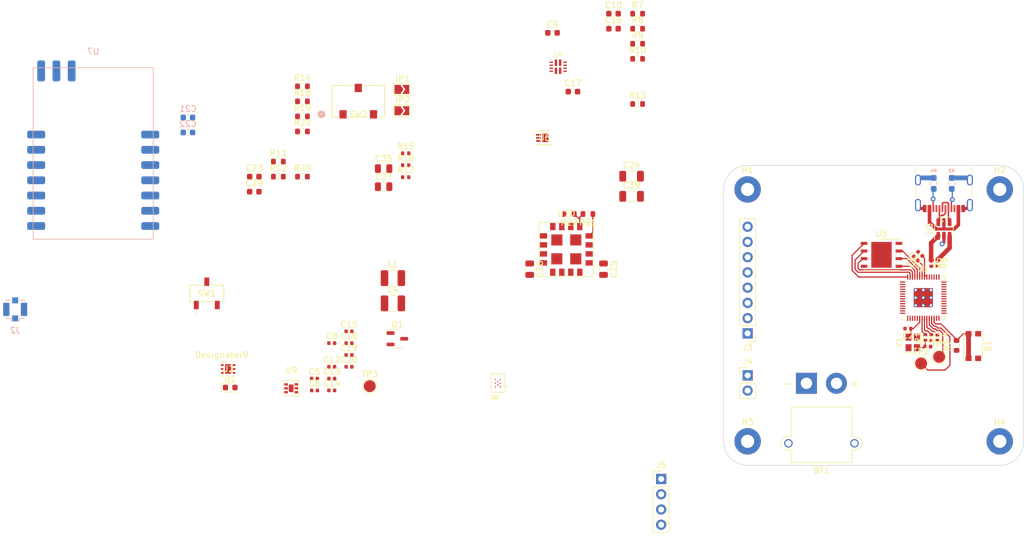
<source format=kicad_pcb>
(kicad_pcb (version 20221018) (generator pcbnew)
  (layers (0 "F.Cu" signal) (1 "In1.Cu" signal) (2 "In2.Cu" signal) (31 "B.Cu" signal) (34 "B.Paste" user) (35 "F.Paste" user) (36 "B.SilkS" user "B.Silkscreen") (37 "F.SilkS" user "F.Silkscreen") (38 "B.Mask" user) (39 "F.Mask" user) (44 "Edge.Cuts" user))
  (net 0 "")
  (net 1 "GND")
  (net 2 "Net-(U1-RUN)")
  (net 3 "+BATT")
  (net 4 "+1V1")
  (net 5 "Net-(U1-XIN)")
  (net 6 "Net-(C3-Pad1)")
  (net 7 "+3V3")
  (net 8 "VBUS")
  (net 9 "Net-(U4-IN2)")
  (net 10 "Net-(U4-SS)")
  (net 11 "Net-(C17-Pad1)")
  (net 12 "+5V")
  (net 13 "Net-(U9-VOUT)")
  (net 14 "Net-(U9-FB)")
  (net 15 "Net-(D1-K)")
  (net 16 "Net-(D1-A)")
  (net 17 "Net-(J1-CC1)")
  (net 18 "Net-(J1-D+-PadA6)")
  (net 19 "Net-(J1-D--PadA7)")
  (net 21 "Net-(J1-CC2)")
  (net 23 "Net-(J2-In)")
  (net 24 "/IRIDIUM_IN0")
  (net 25 "/IRIDIUM_IN1")
  (net 26 "/IRIDIUM_IN2")
  (net 27 "/IRIDIUM_IN3")
  (net 28 "/IRIDIUM_OUT0")
  (net 29 "/IRIDIUM_OUT1")
  (net 30 "/IRIDIUM_OUT2")
  (net 31 "Net-(JP1-A)")
  (net 32 "/LED")
  (net 33 "Net-(U1-XOUT)")
  (net 34 "/USB_D+")
  (net 35 "Net-(U1-USB_DP)")
  (net 36 "/USB_D-")
  (net 37 "Net-(U1-USB_DM)")
  (net 38 "Net-(U4-OV1)")
  (net 39 "Net-(U4-OV2)")
  (net 40 "Net-(SW1-B)")
  (net 41 "/QSPI_SS")
  (net 42 "Net-(U4-ILM)")
  (net 43 "Net-(U6-IN+)")
  (net 44 "Net-(SW2-C)")
  (net 45 "Net-(U10-FB)")
  (net 47 "/CUTOFF")
  (net 48 "/RP_SWCLK")
  (net 49 "/RP_SWD")
  (net 50 "/DRF_TXEN")
  (net 51 "/DRF_SW")
  (net 52 "/DRF_DIO1")
  (net 53 "/DRF_BUSY")
  (net 55 "/RDIO_RST")
  (net 62 "/SDA")
  (net 63 "/SCL")
  (net 66 "/MISO")
  (net 67 "/DRF_CS")
  (net 68 "/SCK")
  (net 69 "/MOSI")
  (net 71 "/FRAM_CS")
  (net 72 "/QSPI_SD3")
  (net 73 "/QSPI_SCLK")
  (net 74 "/QSPI_SD0")
  (net 75 "/QSPI_SD2")
  (net 76 "/QSPI_SD1")
  (footprint "BPP_Lib:TPS2121" (layer "F.Cu") (at 142.450002 63.550001)
    (fp_text reference "U4")
    (fp_text value "TPS2121RUXR")
  )
  (footprint "Button_Switch_SMD:SW_Push_1P1T_NO_CK_KMR2" (layer "F.Cu") (at 211.6 110.11 -90)
    (fp_text reference "B1")
    (fp_text value "KMR2")
  )
  (footprint "Resistor_SMD:R_0603_1608Metric" (layer "F.Cu") (at 155.675 57.21)
    (fp_text reference "R8")
    (fp_text value "5K")
  )
  (footprint "Resistor_SMD:R_0603_1608Metric" (layer "F.Cu") (at 95.8425 79.36)
    (fp_text reference "R11")
    (fp_text value "470")
  )
  (footprint "Capacitor_SMD:C_1206_3216Metric" (layer "F.Cu") (at 154.675 81.8)
    (fp_text reference "C24")
    (fp_text value "15uF")
  )
  (footprint "Resistor_SMD:R_0603_1608Metric" (layer "F.Cu") (at 99.8525 81.87)
    (fp_text reference "R29")
    (fp_text value "100m")
  )
  (footprint "Capacitor_SMD:C_0805_2012Metric" (layer "F.Cu") (at 137.7 97.3 -90)
    (fp_text reference "C26")
    (fp_text value "DNF")
  )
  (footprint "Capacitor_SMD:C_0402_1005Metric" (layer "F.Cu") (at 204 110.21)
    (fp_text reference "C3")
    (fp_text value "10pF")
  )
  (footprint "Connector_PinHeader_2.54mm:PinHeader_1x08_P2.54mm_Vertical" (layer "F.Cu") (at 174 108 180)
    (fp_text reference "J3")
    (fp_text value "Conn_01x08")
  )
  (footprint "LED_SMD:LED_0603_1608Metric" (layer "F.Cu") (at 87.8225 117.03)
    (fp_text reference "D1")
    (fp_text value "LED")
  )
  (footprint "Resistor_SMD:R_0402_1005Metric" (layer "F.Cu") (at 204.6 96.3 -90)
    (fp_text reference "R5")
    (fp_text value "27")
  )
  (footprint "Resistor_SMD:R_0603_1608Metric" (layer "F.Cu") (at 155.675 62.23)
    (fp_text reference "R10")
    (fp_text value "5K")
  )
  (footprint "Resistor_SMD:R_0402_1005Metric" (layer "F.Cu") (at 117.0525 77.98)
    (fp_text reference "R15")
    (fp_text value "1.5M")
  )
  (footprint "Resistor_SMD:R_0402_1005Metric" (layer "F.Cu") (at 117.0525 81.96)
    (fp_text reference "R17")
    (fp_text value "510K")
  )
  (footprint "MountingHole:MountingHole_2.2mm_M2_Pad" (layer "F.Cu") (at 174 126)
    (fp_text reference "H3")
    (fp_text value "M2")
  )
  (footprint "Capacitor_SMD:C_0402_1005Metric" (layer "F.Cu") (at 104.7325 115.54)
    (fp_text reference "C13")
    (fp_text value "100nF")
  )
  (footprint "Capacitor_SMD:C_0603_1608Metric" (layer "F.Cu") (at 141.5 57.9)
    (fp_text reference "C9")
    (fp_text value "10uF")
  )
  (footprint "Package_TO_SOT_SMD:SOT-23-6" (layer "F.Cu") (at 206.7 90.6 90)
    (fp_text reference "U3")
    (fp_text value "USBLC6-2SC6")
  )
  (footprint "Resistor_SMD:R_0603_1608Metric" (layer "F.Cu") (at 99.8525 71.83)
    (fp_text reference "R19")
    (fp_text value "32.4k")
  )
  (footprint "Jumper:SolderJumper-2_P1.3mm_Open_TrianglePad1.0x1.5mm" (layer "F.Cu") (at 116.4025 67.33)
    (fp_text reference "JP1")
    (fp_text value "SolderJumper_2_Open")
  )
  (footprint "Capacitor_SMD:C_0402_1005Metric" (layer "F.Cu") (at 204.6 108.71 -90)
    (fp_text reference "C7")
    (fp_text value "100nF")
  )
  (footprint "Capacitor_SMD:C_0402_1005Metric" (layer "F.Cu") (at 104.7325 113.57)
    (fp_text reference "C12")
    (fp_text value "100nF")
  )
  (footprint "Capacitor_SMD:C_0402_1005Metric" (layer "F.Cu") (at 101.8625 115.54)
    (fp_text reference "C5")
    (fp_text value "1uF")
  )
  (footprint "Resistor_SMD:R_0603_1608Metric" (layer "F.Cu") (at 99.8525 66.81)
    (fp_text reference "R14")
    (fp_text value "DNF")
  )
  (footprint "Resistor_SMD:R_0603_1608Metric" (layer "F.Cu") (at 208.8 110.01 90)
    (fp_text reference "R2")
    (fp_text value "10k")
  )
  (footprint "Resistor_SMD:R_0402_1005Metric" (layer "F.Cu") (at 117.0525 79.97)
    (fp_text reference "R16")
    (fp_text value "100K")
  )
  (footprint "Capacitor_SMD:C_0402_1005Metric" (layer "F.Cu") (at 107.6025 107.66)
    (fp_text reference "C15")
    (fp_text value "100nF")
  )
  (footprint "Capacitor_SMD:C_0603_1608Metric" (layer "F.Cu") (at 151.665 57.21)
    (fp_text reference "C16")
    (fp_text value "10nF")
  )
  (footprint "Capacitor_SMD:C_0402_1005Metric" (layer "F.Cu") (at 104.7325 117.51)
    (fp_text reference "C14")
    (fp_text value "100nF")
  )
  (footprint "Connector_AMASS:AMASS_XT30PW-M_1x02_P2.50mm_Horizontal" (layer "F.Cu") (at 183.8 116.325 180)
    (fp_text reference "BT1")
    (fp_text value "1S1P LiPo")
  )
  (footprint "Capacitor_SMD:C_0603_1608Metric" (layer "F.Cu") (at 91.8325 84.38)
    (fp_text reference "C29")
    (fp_text value "22pF")
  )
  (footprint "Inductor_SMD:L_1210_3225Metric" (layer "F.Cu") (at 114.9225 103)
    (fp_text reference "L4")
    (fp_text value "3.3uH")
  )
  (footprint "Crystal:Crystal_SMD_2520-4Pin_2.5x2.0mm" (layer "F.Cu") (at 201.5 109.51 90)
    (fp_text reference "Y1")
    (fp_text value "12MHz")
  )
  (footprint "BPP_Lib:RP2040-QFN-56" (layer "F.Cu") (at 203.26 102.0475)
    (fp_text reference "U1")
    (fp_text value "MCU_RaspberryPi_RP2040_RP2040")
  )
  (footprint "Capacitor_SMD:C_0402_1005Metric" (layer "F.Cu") (at 205.6 108.71 -90)
    (fp_text reference "C4")
    (fp_text value "100nF")
  )
  (footprint "Capacitor_SMD:C_1206_3216Metric" (layer "F.Cu") (at 154.675 85.15)
    (fp_text reference "C39")
    (fp_text value "15uF")
  )
  (footprint "Capacitor_SMD:C_0402_1005Metric" (layer "F.Cu") (at 101.8625 117.51)
    (fp_text reference "C6")
    (fp_text value "1uF")
  )
  (footprint "Connector_PinHeader_2.54mm:PinHeader_1x02_P2.54mm_Vertical" (layer "F.Cu") (at 174 115)
    (fp_text reference "J4")
    (fp_text value "Conn_01x02")
  )
  (footprint "Capacitor_SMD:C_0402_1005Metric" (layer "F.Cu") (at 104.7325 109.63)
    (fp_text reference "C8")
    (fp_text value "100nF")
  )
  (footprint "Resistor_SMD:R_0603_1608Metric" (layer "F.Cu") (at 95.8425 81.87)
    (fp_text reference "R12")
    (fp_text value "1K")
  )
  (footprint "Capacitor_SMD:C_0402_1005Metric" (layer "F.Cu") (at 203.6 108.71 90)
    (fp_text reference "R1")
    (fp_text value "1K")
  )
  (footprint "TestPoint:TestPoint_Pad_D2.0mm" (layer "F.Cu") (at 205.9 111.91)
    (fp_text reference "TP1")
    (fp_text value "TestPoint")
  )
  (footprint "Resistor_SMD:R_0603_1608Metric" (layer "F.Cu") (at 147.4 88.1 180)
    (fp_text reference "R21")
    (fp_text value "10k")
  )
  (footprint "BPP_Lib:WE_171021801" (layer "F.Cu") (at 143.8 94)
    (fp_text reference "U10")
    (fp_text value "WE_171021801")
  )
  (footprint "BPP_Lib:DFN-3_DC_LIT" (layer "F.Cu") (at 140.125 75.4)
    (fp_text reference "U6")
    (fp_text value "LT6703CDC-3")
  )
  (footprint "Connector_USB:USB_C_Receptacle_GCT_USB4105-xx-A_16P_TopMnt_Horizontal" (layer "F.Cu") (at 206.7 83.51 180)
    (fp_text reference "J1")
    (fp_text value "USB_C_Receptacle_USB2.0")
  )
  (footprint "BPP_Lib:CL-SB-12B-01_NDC" (layer "F.Cu") (at 109.152 69.285598)
    (fp_text reference "SW2")
    (fp_text value "SLIDE")
  )
  (footprint "Package_TO_SOT_SMD:SOT-23-3" (layer "F.Cu") (at 115.6625 108.9)
    (fp_text reference "Q1")
    (fp_text value "Q_NMOS_GSD")
  )
  (footprint "Capacitor_SMD:C_0805_2012Metric" (layer "F.Cu") (at 113.3725 83.54)
    (fp_text reference "C37")
    (fp_text value "4.7uF")
  )
  (footprint "Resistor_SMD:R_0603_1608Metric" (layer "F.Cu") (at 155.675 54.7)
    (fp_text reference "R7")
    (fp_text value "23.7K")
  )
  (footprint "Resistor_SMD:R_0603_1608Metric" (layer "F.Cu") (at 155.675 69.76)
    (fp_text reference "R13")
    (fp_text value "44.2K")
  )
  (footprint "BPP_Lib:CAS-120TB_NDC-M" (layer "F.Cu") (at 83.9168 101.334699)
    (fp_text reference "SW1")
    (fp_text value "~")
  )
  (footprint "Capacitor_SMD:C_0402_1005Metric" (layer "F.Cu") (at 200.7 107.21 180)
    (fp_text reference "C2")
    (fp_text value "10pF")
  )
  (footprint "Capacitor_SMD:C_0402_1005Metric" (layer "F.Cu") (at 202 95.5 135)
    (fp_text reference "C1")
    (fp_text value "100nF")
  )
  (footprint "Capacitor_SMD:C_0402_1005Metric" (layer "F.Cu") (at 107.6025 111.6)
    (fp_text reference "C19")
    (fp_text value "1uF")
  )
  (footprint "Resistor_SMD:R_0603_1608Metric" (layer "F.Cu") (at 99.8525 74.34)
    (fp_text reference "R20")
    (fp_text value "100m")
  )
  (footprint "Resistor_SMD:R_0603_1608Metric" (layer "F.Cu") (at 99.8525 69.32)
    (fp_text reference "R18")
    (fp_text value "100k")
  )
  (footprint "TestPoint:TestPoint_Pad_D2.0mm" (layer "F.Cu") (at 111.0625 116.8)
    (fp_text reference "TP3")
    (fp_text value "TestPoint")
  )
  (footprint "Capacitor_SMD:C_0603_1608Metric" (layer "F.Cu") (at 91.8325 81.87)
    (fp_text reference "C23")
    (fp_text value "100nF")
  )
  (footprint "TestPoint:TestPoint_Pad_D2.0mm" (layer "F.Cu") (at 202.9 113.01)
    (fp_text reference "TP2")
    (fp_text value "TestPoint")
  )
  (footprint "BPP_Lib:BGA8CP30X40_5X3_309X228X35B25N" (layer "F.Cu") (at 132.4 116.3 180)
    (fp_text reference "U8")
    (fp_text value "MB85RS1MT")
  )
  (footprint "Resistor_SMD:R_0603_1608Metric" (layer "F.Cu") (at 155.675 59.72)
    (fp_text reference "R9")
    (fp_text value "23.7K")
  )
  (footprint "BPP_Lib:W25Q64JVZP" (layer "F.Cu") (at 196.3 94.905)
    (fp_text reference "U5")
    (fp_text value "W25Q128JVS")
  )
  (footprint "Capacitor_SMD:C_0805_2012Metric" (layer "F.Cu") (at 150 97.3 -90)
    (fp_text reference "C25")
    (fp_text value "DNF")
  )
  (footprint "Resistor_SMD:R_0603_1608Metric" (layer "F.Cu") (at 144.3 88.1 180)
    (fp_text reference "R22")
    (fp_text value "1.87k")
  )
  (footprint "Inductor_SMD:L_1210_3225Metric" (layer "F.Cu") (at 114.9225 98.79)
    (fp_text reference "L1")
    (fp_text value "3.3uH")
  )
  (footprint "Capacitor_SMD:C_0603_1608Metric" (layer "F.Cu") (at 151.665 54.7)
    (fp_text reference "C10")
    (fp_text value "10uF")
  )
  (footprint "Capacitor_SMD:C_0805_2012Metric" (layer "F.Cu") (at 113.3725 80.53)
    (fp_text reference "C35")
    (fp_text value "10uF")
  )
  (footprint "MountingHole:MountingHole_2.2mm_M2_Pad" (layer "F.Cu") (at 216 84)
    (fp_text reference "H2")
    (fp_text value "M2")
  )
  (footprint "Capacitor_SMD:C_0402_1005Metric" (layer "F.Cu") (at 202.739411 94.739411 135)
    (fp_text reference "C11")
    (fp_text value "100nF")
  )
  (footprint "Connector_PinHeader_2.54mm:PinHeader_1x04_P2.54mm_Vertical" (layer "F.Cu") (at 159.6 132.28)
    (fp_text reference "J5")
    (fp_text value "Conn_01x04")
  )
  (footprint "Capacitor_SMD:C_0603_1608Metric" (layer "F.Cu") (at 144.9 67.7)
    (fp_text reference "C17")
    (fp_text value "1uF")
  )
  (footprint "MountingHole:MountingHole_2.2mm_M2_Pad" (layer "F.Cu") (at 216 126)
    (fp_text reference "H4")
    (fp_text value "M2")
  )
  (footprint "Capacitor_SMD:C_0402_1005Metric" (layer "F.Cu") (at 107.6025 109.63)
    (fp_text reference "C18")
    (fp_text value "100nF")
  )
  (footprint "BPP_Lib:TVS1800" (layer "F.Cu") (at 87.477498 113.935)
    (fp_text reference "U2")
    (fp_text value "TVS1800DRVR")
  )
  (footprint "MountingHole:MountingHole_2.2mm_M2_Pad" (layer "F.Cu") (at 174 84)
    (fp_text reference "H1")
    (fp_text value "M2")
  )
  (footprint "Resistor_SMD:R_0402_1005Metric" (layer "F.Cu") (at 205.6 96.3 -90)
    (fp_text reference "R6")
    (fp_text value "27")
  )
  (footprint "BPP_Lib:WE_171010550" (layer "F.Cu") (at 97.979913 117.16)
    (fp_text reference "U9")
    (fp_text value "WE 171010550")
  )
  (footprint "Capacitor_SMD:C_0402_1005Metric" (layer "F.Cu") (at 107.6025 113.57)
    (fp_text reference "C20")
    (fp_text value "100nF")
  )
  (footprint "Jumper:SolderJumper-2_P1.3mm_Open_TrianglePad1.0x1.5mm" (layer "F.Cu") (at 116.4025 70.88)
    (fp_text reference "JP2")
    (fp_text value "SolderJumper_2_Open")
  )
  (footprint "Capacitor_SMD:C_0603_1608Metric" (layer "B.Cu") (at 80.775 74.51 180)
    (fp_text reference "C22")
    (fp_text value "1uF")
  )
  (footprint "Resistor_SMD:R_0603_1608Metric_Pad0.98x0.95mm_HandSolder" (layer "B.Cu") (at 205 83 90)
    (fp_text reference "R4")
    (fp_text value "5.1K")
  )
  (footprint "BPP_Lib:DRF1262TL" (layer "B.Cu") (at 65 78 180)
    (fp_text reference "U7")
    (fp_text value "DRF1262TL")
  )
  (footprint "Capacitor_SMD:C_0603_1608Metric" (layer "B.Cu") (at 80.775 72 180)
    (fp_text reference "C21")
    (fp_text value "10uF")
  )
  (footprint "Connector_Coaxial:U.FL_Molex_MCRF_73412-0110_Vertical" (layer "B.Cu") (at 52 104 180)
    (fp_text reference "J2")
    (fp_text value "U.FL")
  )
  (footprint "Resistor_SMD:R_0603_1608Metric_Pad0.98x0.95mm_HandSolder" (layer "B.Cu") (at 208 83 -90)
    (fp_text reference "R3")
    (fp_text value "5.1K")
  )
  (gr_line (start 170 126) (end 170 84) (stroke (width 0.1)) (layer "Edge.Cuts"))
  (gr_line (start 216 130) (end 174 130) (stroke (width 0.1)) (layer "Edge.Cuts"))
  (gr_line (start 220 84) (end 220 126) (stroke (width 0.1)) (layer "Edge.Cuts"))
  (gr_line (start 174 80) (end 216 80) (stroke (width 0.1)) (layer "Edge.Cuts"))
  (gr_arc (start 220 126) (mid 218.828427 128.828427) (end 216 130) (stroke (width 0.1)) (layer "Edge.Cuts"))
  (gr_arc (start 170 84) (mid 171.171573 81.171573) (end 174 80) (stroke (width 0.1)) (layer "Edge.Cuts"))
  (gr_arc (start 174 130) (mid 171.171573 128.828427) (end 170 126) (stroke (width 0.1)) (layer "Edge.Cuts"))
  (gr_arc (start 216 80) (mid 218.828427 81.171573) (end 220 84) (stroke (width 0.1)) (layer "Edge.Cuts"))
  (segment (start 202.955 87.19) (end 202.38 86.615) (width 0.5) (layer "F.Cu") (net 1))
  (segment (start 203.5 87.19) (end 202.955 87.19) (width 0.5) (layer "F.Cu") (net 1))
  (segment (start 206.7 92.8) (end 206.4 93.1) (width 0.5) (layer "F.Cu") (net 1))
  (segment (start 210.445 87.19) (end 211.02 86.615) (width 0.5) (layer "F.Cu") (net 1))
  (segment (start 209.9 87.19) (end 210.445 87.19) (width 0.5) (layer "F.Cu") (net 1))
  (segment (start 206.7 91.7375) (end 206.7 92.8) (width 0.5) (layer "F.Cu") (net 1))
  (via (at 206.4 93.1) (size 0.8) (drill 0.4) (layers "F.Cu" "B.Cu") (net 1))
  (segment (start 210.6725 82.0875) (end 211.02 82.435) (width 0.8) (layer "B.Cu") (net 1))
  (segment (start 205 82.0875) (end 202.7275 82.0875) (width 0.8) (layer "B.Cu") (net 1))
  (segment (start 202.7275 82.0875) (end 202.38 82.435) (width 0.8) (layer "B.Cu") (net 1))
  (segment (start 208 82.0875) (end 210.6725 82.0875) (width 0.8) (layer "B.Cu") (net 1))
  (segment (start 206.2 106.41) (end 208.8 109.01) (width 0.2) (layer "F.Cu") (net 2))
  (segment (start 210.8 108.06) (end 209.925 108.06) (width 0.2) (layer "F.Cu") (net 2))
  (segment (start 208.8 109.01) (end 208.8 109.185) (width 0.2) (layer "F.Cu") (net 2))
  (segment (start 205.06 106.17) (end 205.3 106.41) (width 0.2) (layer "F.Cu") (net 2))
  (segment (start 209.925 108.06) (end 208.8 109.185) (width 0.2) (layer "F.Cu") (net 2))
  (segment (start 210.8 108.06) (end 210.8 112.16) (width 0.8) (layer "F.Cu") (net 2))
  (segment (start 205.3 106.41) (end 206.2 106.41) (width 0.2) (layer "F.Cu") (net 2))
  (segment (start 205.06 105.485) (end 205.06 106.17) (width 0.2) (layer "F.Cu") (net 2))
  (segment (start 203.86 105.485) (end 203.86 106.97) (width 0.2) (layer "F.Cu") (net 4))
  (segment (start 205.6 108.21) (end 205.6 108.23) (width 0.2) (layer "F.Cu") (net 4))
  (segment (start 205.02 107.65) (end 205.6 108.23) (width 0.2) (layer "F.Cu") (net 4))
  (segment (start 203.86 106.97) (end 204.1 107.21) (width 0.2) (layer "F.Cu") (net 4))
  (segment (start 204.74 107.65) (end 205.02 107.65) (width 0.2) (layer "F.Cu") (net 4))
  (segment (start 204.1 107.21) (end 204.3 107.21) (width 0.2) (layer "F.Cu") (net 4))
  (segment (start 204.3 107.21) (end 204.74 107.65) (width 0.2) (layer "F.Cu") (net 4))
  (segment (start 203.06 96.56) (end 203.06 98.61) (width 0.2) (layer "F.Cu") (net 4))
  (segment (start 202.339411 95.839411) (end 203.06 96.56) (width 0.2) (layer "F.Cu") (net 4))
  (segment (start 201.18 107.21) (end 201.18 108.255) (width 0.2) (layer "F.Cu") (net 5))
  (segment (start 201.18 108.255) (end 200.8 108.635) (width 0.2) (layer "F.Cu") (net 5))
  (segment (start 201.6 107.21) (end 201.18 107.21) (width 0.2) (layer "F.Cu") (net 5))
  (segment (start 202.66 106.15) (end 201.6 107.21) (width 0.2) (layer "F.Cu") (net 5))
  (segment (start 202.66 105.485) (end 202.66 106.15) (width 0.2) (layer "F.Cu") (net 5))
  (segment (start 200.8 108.635) (end 200.8 108.31) (width 0.2) (layer "F.Cu") (net 5))
  (segment (start 203.345 110.385) (end 203.52 110.21) (width 0.2) (layer "F.Cu") (net 6))
  (segment (start 203.6 109.19) (end 203.6 110.13) (width 0.2) (layer "F.Cu") (net 6))
  (segment (start 202.2 110.385) (end 203.345 110.385) (width 0.2) (layer "F.Cu") (net 6))
  (segment (start 203.6 110.13) (end 203.52 110.21) (width 0.2) (layer "F.Cu") (net 6))
  (segment (start 203.6 107.61) (end 203.98 107.61) (width 0.2) (layer "F.Cu") (net 7))
  (segment (start 203.46 98.61) (end 203.46 97.7) (width 0.2) (layer "F.Cu") (net 7))
  (segment (start 203.86 98.61) (end 203.46 98.21) (width 0.2) (layer "F.Cu") (net 7))
  (segment (start 204.6 108.11) (end 204.6 108.23) (width 0.2) (layer "F.Cu") (net 7))
  (segment (start 203.46 95.46) (end 203.078822 95.078822) (width 0.2) (layer "F.Cu") (net 7))
  (segment (start 203.46 98.21) (end 203.46 97.7) (width 0.2) (layer "F.Cu") (net 7))
  (segment (start 203.98 107.61) (end 204.6 108.23) (width 0.2) (layer "F.Cu") (net 7))
  (segment (start 203.46 107.47) (end 203.6 107.61) (width 0.2) (layer "F.Cu") (net 7))
  (segment (start 203.46 105.485) (end 203.46 107.47) (width 0.2) (layer "F.Cu") (net 7))
  (segment (start 203.46 97.7) (end 203.46 95.46) (width 0.2) (layer "F.Cu") (net 7))
  (segment (start 209.1 87.19) (end 209.1 89.9) (width 0.6) (layer "F.Cu") (net 8))
  (segment (start 208.4 90.6) (end 206.7 90.6) (width 0.5) (layer "F.Cu") (net 8))
  (segment (start 205.4 90.6) (end 204.3 89.5) (width 0.6) (layer "F.Cu") (net 8))
  (segment (start 209.1 89.9) (end 208.4 90.6) (width 0.6) (layer "F.Cu") (net 8))
  (segment (start 206.7 89.4625) (end 206.7 90.6) (width 0.5) (layer "F.Cu") (net 8))
  (segment (start 204.3 89.5) (end 204.3 87.19) (width 0.6) (layer "F.Cu") (net 8))
  (segment (start 206.7 90.6) (end 205.4 90.6) (width 0.5) (layer "F.Cu") (net 8))
  (segment (start 148.225 91.125) (end 148.225 88.1) (width 0.2) (layer "F.Cu") (net 9))
  (segment (start 147.6 91.75) (end 148.225 91.125) (width 0.2) (layer "F.Cu") (net 9))
  (segment (start 207.95 85.85) (end 208.1 85.7) (width 0.2) (layer "F.Cu") (net 17))
  (segment (start 207.95 87.19) (end 207.95 85.85) (width 0.2) (layer "F.Cu") (net 17))
  (via (at 208.1 85.7) (size 0.8) (drill 0.4) (layers "F.Cu" "B.Cu") (net 17))
  (segment (start 208.1 85.7) (end 208.1 84.0125) (width 0.2) (layer "B.Cu") (net 17))
  (segment (start 208.1 84.0125) (end 208 83.9125) (width 0.2) (layer "B.Cu") (net 17))
  (segment (start 205.95 89.2625) (end 205.75 89.4625) (width 0.2) (layer "F.Cu") (net 18))
  (segment (start 206.95 87.95) (end 206.6 88.3) (width 0.25) (layer "F.Cu") (net 18))
  (segment (start 205.95 88.5) (end 205.95 89.2625) (width 0.25) (layer "F.Cu") (net 18))
  (segment (start 206.6 88.3) (end 206.35 88.3) (width 0.25) (layer "F.Cu") (net 18))
  (segment (start 205.95 87.19) (end 205.95 88.5) (width 0.25) (layer "F.Cu") (net 18))
  (segment (start 206.35 88.3) (end 205.95 88.7) (width 0.25) (layer "F.Cu") (net 18))
  (segment (start 206.95 87.19) (end 206.95 87.95) (width 0.25) (layer "F.Cu") (net 18))
  (segment (start 207.45 89.2625) (end 207.65 89.4625) (width 0.2) (layer "F.Cu") (net 19))
  (segment (start 206.45 87.19) (end 206.45 86.35) (width 0.25) (layer "F.Cu") (net 19))
  (segment (start 207.45 87.19) (end 207.45 89.2625) (width 0.25) (layer "F.Cu") (net 19))
  (segment (start 206.6 86.2) (end 207.3 86.2) (width 0.25) (layer "F.Cu") (net 19))
  (segment (start 207.3 86.2) (end 207.45 86.35) (width 0.25) (layer "F.Cu") (net 19))
  (segment (start 207.45 86.35) (end 207.45 87.19) (width 0.25) (layer "F.Cu") (net 19))
  (segment (start 206.45 86.35) (end 206.6 86.2) (width 0.25) (layer "F.Cu") (net 19))
  (segment (start 204.95 87.19) (end 204.9 87.14) (width 0.2) (layer "F.Cu") (net 21))
  (segment (start 204.9 87.14) (end 204.9 85.6) (width 0.2) (layer "F.Cu") (net 21))
  (via (at 204.9 85.6) (size 0.8) (drill 0.4) (layers "F.Cu" "B.Cu") (net 21))
  (segment (start 204.9 84.0125) (end 205 83.9125) (width 0.2) (layer "B.Cu") (net 21))
  (segment (start 204.9 85.6) (end 204.9 84.0125) (width 0.2) (layer "B.Cu") (net 21))
  (segment (start 203.06 105.485) (end 203.06 107.69) (width 0.2) (layer "F.Cu") (net 33))
  (segment (start 203.06 107.69) (end 203.6 108.23) (width 0.2) (layer "F.Cu") (net 33))
  (segment (start 204.5666 92.9334) (end 204.5666 95.7566) (width 0.75) (layer "F.Cu") (net 34))
  (segment (start 205.75 91.7375) (end 205.75 91.75) (width 0.75) (layer "F.Cu") (net 34))
  (segment (start 205.75 91.75) (end 204.5666 92.9334) (width 0.75) (layer "F.Cu") (net 34))
  (segment (start 204.5666 95.7566) (end 204.6 95.79) (width 0.8636) (layer "F.Cu") (net 34))
  (segment (start 205.6434 95.7566) (end 205.6334 95.7566) (width 0.75) (layer "F.Cu") (net 36))
  (segment (start 207.65 93.75) (end 205.6434 95.7566) (width 0.75) (layer "F.Cu") (net 36))
  (segment (start 205.6334 95.7566) (end 205.6 95.79) (width 0.8636) (layer "F.Cu") (net 36))
  (segment (start 207.65 91.7375) (end 207.65 93.75) (width 0.75) (layer "F.Cu") (net 36))
  (segment (start 191.4 95) (end 193.4 93) (width 0.2) (layer "F.Cu") (net 41))
  (segment (start 192.5 98.61) (end 191.4 97.51) (width 0.2) (layer "F.Cu") (net 41))
  (segment (start 200.66 98.61) (end 192.5 98.61) (width 0.2) (layer "F.Cu") (net 41))
  (segment (start 191.4 97.51) (end 191.4 95) (width 0.2) (layer "F.Cu") (net 41))
  (segment (start 145.125 88.1) (end 146.05 89.025) (width 0.2) (layer "F.Cu") (net 45))
  (segment (start 146.05 88.625) (end 146.575 88.1) (width 0.2) (layer "F.Cu") (net 45))
  (segment (start 146.05 89.025) (end 146.05 90.2) (width 0.2) (layer "F.Cu") (net 45))
  (segment (start 146.05 90.2) (end 146.05 88.625) (width 0.2) (layer "F.Cu") (net 45))
  (segment (start 204.94 107.25) (end 205.24 107.25) (width 0.2) (layer "F.Cu") (net 48))
  (segment (start 204.26 105.485) (end 204.26 106.57) (width 0.2) (layer "F.Cu") (net 48))
  (segment (start 206 107.51) (end 206.5 108.01) (width 0.2) (layer "F.Cu") (net 48))
  (segment (start 204.26 106.57) (end 204.94 107.25) (width 0.2) (layer "F.Cu") (net 48))
  (segment (start 205.24 107.25) (end 205.5 107.51) (width 0.2) (layer "F.Cu") (net 48))
  (segment (start 206.5 111.31) (end 205.9 111.91) (width 0.2) (layer "F.Cu") (net 48))
  (segment (start 206.5 108.01) (end 206.5 111.31) (width 0.2) (layer "F.Cu") (net 48))
  (segment (start 205.5 107.51) (end 206 107.51) (width 0.2) (layer "F.Cu") (net 48))
  (segment (start 206.2 107.11) (end 207.7 108.61) (width 0.2) (layer "F.Cu") (net 49))
  (segment (start 204.66 106.404314) (end 205.065686 106.81) (width 0.2) (layer "F.Cu") (net 49))
  (segment (start 205.365686 106.81) (end 205.665686 107.11) (width 0.2) (layer "F.Cu") (net 49))
  (segment (start 204 114.11) (end 202.9 113.01) (width 0.2) (layer "F.Cu") (net 49))
  (segment (start 205.065686 106.81) (end 205.365686 106.81) (width 0.2) (layer "F.Cu") (net 49))
  (segment (start 205.665686 107.11) (end 206.2 107.11) (width 0.2) (layer "F.Cu") (net 49))
  (segment (start 206.9 114.11) (end 204 114.11) (width 0.2) (layer "F.Cu") (net 49))
  (segment (start 207.7 108.61) (end 207.7 113.31) (width 0.2) (layer "F.Cu") (net 49))
  (segment (start 207.7 113.31) (end 206.9 114.11) (width 0.2) (layer "F.Cu") (net 49))
  (segment (start 204.66 105.485) (end 204.66 106.404314) (width 0.2) (layer "F.Cu") (net 49))
  (segment (start 202.66 97.11) (end 199.82 94.27) (width 0.2) (layer "F.Cu") (net 72))
  (segment (start 199.82 94.27) (end 199.2 94.27) (width 0.2) (layer "F.Cu") (net 72))
  (segment (start 202.66 98.61) (end 202.66 97.11) (width 0.2) (layer "F.Cu") (net 72))
  (segment (start 199.2 95.54) (end 200.49 95.54) (width 0.2) (layer "F.Cu") (net 73))
  (segment (start 200.49 95.54) (end 202.26 97.31) (width 0.2) (layer "F.Cu") (net 73))
  (segment (start 202.26 97.31) (end 202.26 98.61) (width 0.2) (layer "F.Cu") (net 73))
  (segment (start 201.11 96.81) (end 201.86 97.56) (width 0.2) (layer "F.Cu") (net 74))
  (segment (start 201.86 97.56) (end 201.86 98.61) (width 0.2) (layer "F.Cu") (net 74))
  (segment (start 199.2 96.81) (end 201.11 96.81) (width 0.2) (layer "F.Cu") (net 74))
  (segment (start 192.6 97.41) (end 201.11 97.41) (width 0.2) (layer "F.Cu") (net 75))
  (segment (start 192.4 97.21) (end 192.6 97.41) (width 0.2) (layer "F.Cu") (net 75))
  (segment (start 193.17 95.54) (end 192.4 96.31) (width 0.2) (layer "F.Cu") (net 75))
  (segment (start 201.11 97.41) (end 201.46 97.76) (width 0.2) (layer "F.Cu") (net 75))
  (segment (start 201.46 97.76) (end 201.46 98.61) (width 0.2) (layer "F.Cu") (net 75))
  (segment (start 193.4 95.54) (end 193.17 95.54) (width 0.2) (layer "F.Cu") (net 75))
  (segment (start 192.4 96.31) (end 192.4 97.21) (width 0.2) (layer "F.Cu") (net 75))
  (segment (start 191.9 95.77) (end 193.4 94.27) (width 0.2) (layer "F.Cu") (net 76))
  (segment (start 200.9 97.81) (end 192.4 97.81) (width 0.2) (layer "F.Cu") (net 76))
  (segment (start 201.06 97.97) (end 200.9 97.81) (width 0.2) (layer "F.Cu") (net 76))
  (segment (start 201.06 98.61) (end 201.06 97.97) (width 0.2) (layer "F.Cu") (net 76))
  (segment (start 191.9 97.31) (end 191.9 95.77) (width 0.2) (layer "F.Cu") (net 76))
  (segment (start 192.4 97.81) (end 191.9 97.31) (width 0.2) (layer "F.Cu") (net 76))
)
</source>
